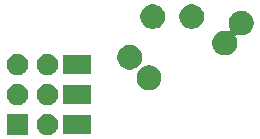
<source format=gbr>
G04 #@! TF.GenerationSoftware,KiCad,Pcbnew,(5.1.5)-3*
G04 #@! TF.CreationDate,2020-06-28T02:30:20+02:00*
G04 #@! TF.ProjectId,XenoGCFlex,58656e6f-4743-4466-9c65-782e6b696361,rev?*
G04 #@! TF.SameCoordinates,Original*
G04 #@! TF.FileFunction,Soldermask,Bot*
G04 #@! TF.FilePolarity,Negative*
%FSLAX46Y46*%
G04 Gerber Fmt 4.6, Leading zero omitted, Abs format (unit mm)*
G04 Created by KiCad (PCBNEW (5.1.5)-3) date 2020-06-28 02:30:20*
%MOMM*%
%LPD*%
G04 APERTURE LIST*
%ADD10C,0.100000*%
G04 APERTURE END LIST*
D10*
G36*
X134709000Y-72271000D02*
G01*
X132907000Y-72271000D01*
X132907000Y-70469000D01*
X134709000Y-70469000D01*
X134709000Y-72271000D01*
G37*
G36*
X136461512Y-70473927D02*
G01*
X136610812Y-70503624D01*
X136774784Y-70571544D01*
X136922354Y-70670147D01*
X137047853Y-70795646D01*
X137146456Y-70943216D01*
X137214376Y-71107188D01*
X137249000Y-71281259D01*
X137249000Y-71458741D01*
X137214376Y-71632812D01*
X137146456Y-71796784D01*
X137047853Y-71944354D01*
X136922354Y-72069853D01*
X136774784Y-72168456D01*
X136610812Y-72236376D01*
X136461512Y-72266073D01*
X136436742Y-72271000D01*
X136259258Y-72271000D01*
X136234488Y-72266073D01*
X136085188Y-72236376D01*
X135921216Y-72168456D01*
X135773646Y-72069853D01*
X135648147Y-71944354D01*
X135549544Y-71796784D01*
X135481624Y-71632812D01*
X135447000Y-71458741D01*
X135447000Y-71281259D01*
X135481624Y-71107188D01*
X135549544Y-70943216D01*
X135648147Y-70795646D01*
X135773646Y-70670147D01*
X135921216Y-70571544D01*
X136085188Y-70503624D01*
X136234488Y-70473927D01*
X136259258Y-70469000D01*
X136436742Y-70469000D01*
X136461512Y-70473927D01*
G37*
G36*
X140058000Y-72171000D02*
G01*
X137656000Y-72171000D01*
X137656000Y-70569000D01*
X140058000Y-70569000D01*
X140058000Y-72171000D01*
G37*
G36*
X133921512Y-67933927D02*
G01*
X134070812Y-67963624D01*
X134234784Y-68031544D01*
X134382354Y-68130147D01*
X134507853Y-68255646D01*
X134606456Y-68403216D01*
X134674376Y-68567188D01*
X134709000Y-68741259D01*
X134709000Y-68918741D01*
X134674376Y-69092812D01*
X134606456Y-69256784D01*
X134507853Y-69404354D01*
X134382354Y-69529853D01*
X134234784Y-69628456D01*
X134070812Y-69696376D01*
X133921512Y-69726073D01*
X133896742Y-69731000D01*
X133719258Y-69731000D01*
X133694488Y-69726073D01*
X133545188Y-69696376D01*
X133381216Y-69628456D01*
X133233646Y-69529853D01*
X133108147Y-69404354D01*
X133009544Y-69256784D01*
X132941624Y-69092812D01*
X132907000Y-68918741D01*
X132907000Y-68741259D01*
X132941624Y-68567188D01*
X133009544Y-68403216D01*
X133108147Y-68255646D01*
X133233646Y-68130147D01*
X133381216Y-68031544D01*
X133545188Y-67963624D01*
X133694488Y-67933927D01*
X133719258Y-67929000D01*
X133896742Y-67929000D01*
X133921512Y-67933927D01*
G37*
G36*
X136461512Y-67933927D02*
G01*
X136610812Y-67963624D01*
X136774784Y-68031544D01*
X136922354Y-68130147D01*
X137047853Y-68255646D01*
X137146456Y-68403216D01*
X137214376Y-68567188D01*
X137249000Y-68741259D01*
X137249000Y-68918741D01*
X137214376Y-69092812D01*
X137146456Y-69256784D01*
X137047853Y-69404354D01*
X136922354Y-69529853D01*
X136774784Y-69628456D01*
X136610812Y-69696376D01*
X136461512Y-69726073D01*
X136436742Y-69731000D01*
X136259258Y-69731000D01*
X136234488Y-69726073D01*
X136085188Y-69696376D01*
X135921216Y-69628456D01*
X135773646Y-69529853D01*
X135648147Y-69404354D01*
X135549544Y-69256784D01*
X135481624Y-69092812D01*
X135447000Y-68918741D01*
X135447000Y-68741259D01*
X135481624Y-68567188D01*
X135549544Y-68403216D01*
X135648147Y-68255646D01*
X135773646Y-68130147D01*
X135921216Y-68031544D01*
X136085188Y-67963624D01*
X136234488Y-67933927D01*
X136259258Y-67929000D01*
X136436742Y-67929000D01*
X136461512Y-67933927D01*
G37*
G36*
X140058000Y-69631000D02*
G01*
X137656000Y-69631000D01*
X137656000Y-68029000D01*
X140058000Y-68029000D01*
X140058000Y-69631000D01*
G37*
G36*
X145260564Y-66395389D02*
G01*
X145451833Y-66474615D01*
X145451835Y-66474616D01*
X145623973Y-66589635D01*
X145770365Y-66736027D01*
X145856110Y-66864353D01*
X145885385Y-66908167D01*
X145964611Y-67099436D01*
X146005000Y-67302484D01*
X146005000Y-67509516D01*
X145964611Y-67712564D01*
X145885385Y-67903833D01*
X145885384Y-67903835D01*
X145770365Y-68075973D01*
X145623973Y-68222365D01*
X145451835Y-68337384D01*
X145451834Y-68337385D01*
X145451833Y-68337385D01*
X145260564Y-68416611D01*
X145057516Y-68457000D01*
X144850484Y-68457000D01*
X144647436Y-68416611D01*
X144456167Y-68337385D01*
X144456166Y-68337385D01*
X144456165Y-68337384D01*
X144284027Y-68222365D01*
X144137635Y-68075973D01*
X144022616Y-67903835D01*
X144022615Y-67903833D01*
X143943389Y-67712564D01*
X143903000Y-67509516D01*
X143903000Y-67302484D01*
X143943389Y-67099436D01*
X144022615Y-66908167D01*
X144051891Y-66864353D01*
X144137635Y-66736027D01*
X144284027Y-66589635D01*
X144456165Y-66474616D01*
X144456167Y-66474615D01*
X144647436Y-66395389D01*
X144850484Y-66355000D01*
X145057516Y-66355000D01*
X145260564Y-66395389D01*
G37*
G36*
X136461512Y-65393927D02*
G01*
X136610812Y-65423624D01*
X136774784Y-65491544D01*
X136922354Y-65590147D01*
X137047853Y-65715646D01*
X137146456Y-65863216D01*
X137214376Y-66027188D01*
X137249000Y-66201259D01*
X137249000Y-66378741D01*
X137214376Y-66552812D01*
X137146456Y-66716784D01*
X137047853Y-66864354D01*
X136922354Y-66989853D01*
X136774784Y-67088456D01*
X136610812Y-67156376D01*
X136461512Y-67186073D01*
X136436742Y-67191000D01*
X136259258Y-67191000D01*
X136234488Y-67186073D01*
X136085188Y-67156376D01*
X135921216Y-67088456D01*
X135773646Y-66989853D01*
X135648147Y-66864354D01*
X135549544Y-66716784D01*
X135481624Y-66552812D01*
X135447000Y-66378741D01*
X135447000Y-66201259D01*
X135481624Y-66027188D01*
X135549544Y-65863216D01*
X135648147Y-65715646D01*
X135773646Y-65590147D01*
X135921216Y-65491544D01*
X136085188Y-65423624D01*
X136234488Y-65393927D01*
X136259258Y-65389000D01*
X136436742Y-65389000D01*
X136461512Y-65393927D01*
G37*
G36*
X133921512Y-65393927D02*
G01*
X134070812Y-65423624D01*
X134234784Y-65491544D01*
X134382354Y-65590147D01*
X134507853Y-65715646D01*
X134606456Y-65863216D01*
X134674376Y-66027188D01*
X134709000Y-66201259D01*
X134709000Y-66378741D01*
X134674376Y-66552812D01*
X134606456Y-66716784D01*
X134507853Y-66864354D01*
X134382354Y-66989853D01*
X134234784Y-67088456D01*
X134070812Y-67156376D01*
X133921512Y-67186073D01*
X133896742Y-67191000D01*
X133719258Y-67191000D01*
X133694488Y-67186073D01*
X133545188Y-67156376D01*
X133381216Y-67088456D01*
X133233646Y-66989853D01*
X133108147Y-66864354D01*
X133009544Y-66716784D01*
X132941624Y-66552812D01*
X132907000Y-66378741D01*
X132907000Y-66201259D01*
X132941624Y-66027188D01*
X133009544Y-65863216D01*
X133108147Y-65715646D01*
X133233646Y-65590147D01*
X133381216Y-65491544D01*
X133545188Y-65423624D01*
X133694488Y-65393927D01*
X133719258Y-65389000D01*
X133896742Y-65389000D01*
X133921512Y-65393927D01*
G37*
G36*
X140058000Y-67091000D02*
G01*
X137656000Y-67091000D01*
X137656000Y-65489000D01*
X140058000Y-65489000D01*
X140058000Y-67091000D01*
G37*
G36*
X143610564Y-64669389D02*
G01*
X143801833Y-64748615D01*
X143801835Y-64748616D01*
X143973973Y-64863635D01*
X144120365Y-65010027D01*
X144235385Y-65182167D01*
X144314611Y-65373436D01*
X144355000Y-65576484D01*
X144355000Y-65783516D01*
X144314611Y-65986564D01*
X144235385Y-66177833D01*
X144235384Y-66177835D01*
X144120365Y-66349973D01*
X143973973Y-66496365D01*
X143801835Y-66611384D01*
X143801834Y-66611385D01*
X143801833Y-66611385D01*
X143610564Y-66690611D01*
X143407516Y-66731000D01*
X143200484Y-66731000D01*
X142997436Y-66690611D01*
X142806167Y-66611385D01*
X142806166Y-66611385D01*
X142806165Y-66611384D01*
X142634027Y-66496365D01*
X142487635Y-66349973D01*
X142372616Y-66177835D01*
X142372615Y-66177833D01*
X142293389Y-65986564D01*
X142253000Y-65783516D01*
X142253000Y-65576484D01*
X142293389Y-65373436D01*
X142372615Y-65182167D01*
X142487635Y-65010027D01*
X142634027Y-64863635D01*
X142806165Y-64748616D01*
X142806167Y-64748615D01*
X142997436Y-64669389D01*
X143200484Y-64629000D01*
X143407516Y-64629000D01*
X143610564Y-64669389D01*
G37*
G36*
X153060564Y-61769289D02*
G01*
X153251833Y-61848515D01*
X153251835Y-61848516D01*
X153368898Y-61926735D01*
X153423973Y-61963535D01*
X153570365Y-62109927D01*
X153685385Y-62282067D01*
X153764611Y-62473336D01*
X153805000Y-62676384D01*
X153805000Y-62883416D01*
X153764611Y-63086464D01*
X153699395Y-63243910D01*
X153685384Y-63277735D01*
X153570365Y-63449873D01*
X153423973Y-63596265D01*
X153251835Y-63711284D01*
X153251834Y-63711285D01*
X153251833Y-63711285D01*
X153060564Y-63790511D01*
X152857516Y-63830900D01*
X152650484Y-63830900D01*
X152447435Y-63790511D01*
X152429130Y-63782929D01*
X152405681Y-63775816D01*
X152381295Y-63773415D01*
X152356909Y-63775817D01*
X152333460Y-63782931D01*
X152311849Y-63794482D01*
X152292908Y-63810028D01*
X152277363Y-63828970D01*
X152265812Y-63850581D01*
X152258699Y-63874030D01*
X152256298Y-63898416D01*
X152258700Y-63922802D01*
X152265814Y-63946251D01*
X152277366Y-63967862D01*
X152284384Y-63978365D01*
X152363611Y-64169636D01*
X152404000Y-64372684D01*
X152404000Y-64579716D01*
X152363611Y-64782764D01*
X152330113Y-64863635D01*
X152284384Y-64974035D01*
X152169365Y-65146173D01*
X152022973Y-65292565D01*
X151850835Y-65407584D01*
X151850834Y-65407585D01*
X151850833Y-65407585D01*
X151659564Y-65486811D01*
X151456516Y-65527200D01*
X151249484Y-65527200D01*
X151046436Y-65486811D01*
X150855167Y-65407585D01*
X150855166Y-65407585D01*
X150855165Y-65407584D01*
X150683027Y-65292565D01*
X150536635Y-65146173D01*
X150421616Y-64974035D01*
X150375887Y-64863635D01*
X150342389Y-64782764D01*
X150302000Y-64579716D01*
X150302000Y-64372684D01*
X150342389Y-64169636D01*
X150421615Y-63978367D01*
X150491331Y-63874030D01*
X150536635Y-63806227D01*
X150683027Y-63659835D01*
X150855165Y-63544816D01*
X150855167Y-63544815D01*
X151046436Y-63465589D01*
X151249484Y-63425200D01*
X151456516Y-63425200D01*
X151659565Y-63465589D01*
X151677870Y-63473171D01*
X151701319Y-63480284D01*
X151725705Y-63482685D01*
X151750091Y-63480283D01*
X151773540Y-63473169D01*
X151795151Y-63461618D01*
X151814092Y-63446072D01*
X151829637Y-63427130D01*
X151841188Y-63405519D01*
X151848301Y-63382070D01*
X151850702Y-63357684D01*
X151848300Y-63333298D01*
X151841186Y-63309849D01*
X151829634Y-63288238D01*
X151822616Y-63277735D01*
X151743389Y-63086464D01*
X151703000Y-62883416D01*
X151703000Y-62676384D01*
X151743389Y-62473336D01*
X151822615Y-62282067D01*
X151937635Y-62109927D01*
X152084027Y-61963535D01*
X152139102Y-61926735D01*
X152256165Y-61848516D01*
X152256167Y-61848515D01*
X152447436Y-61769289D01*
X152650484Y-61728900D01*
X152857516Y-61728900D01*
X153060564Y-61769289D01*
G37*
G36*
X148861564Y-61222689D02*
G01*
X149052833Y-61301915D01*
X149052835Y-61301916D01*
X149224973Y-61416935D01*
X149371365Y-61563327D01*
X149486385Y-61735467D01*
X149565611Y-61926736D01*
X149606000Y-62129784D01*
X149606000Y-62336816D01*
X149565611Y-62539864D01*
X149509062Y-62676386D01*
X149486384Y-62731135D01*
X149371365Y-62903273D01*
X149224973Y-63049665D01*
X149052835Y-63164684D01*
X149052834Y-63164685D01*
X149052833Y-63164685D01*
X148861564Y-63243911D01*
X148658516Y-63284300D01*
X148451484Y-63284300D01*
X148248436Y-63243911D01*
X148057167Y-63164685D01*
X148057166Y-63164685D01*
X148057165Y-63164684D01*
X147885027Y-63049665D01*
X147738635Y-62903273D01*
X147623616Y-62731135D01*
X147600938Y-62676386D01*
X147544389Y-62539864D01*
X147504000Y-62336816D01*
X147504000Y-62129784D01*
X147544389Y-61926736D01*
X147623615Y-61735467D01*
X147738635Y-61563327D01*
X147885027Y-61416935D01*
X148057165Y-61301916D01*
X148057167Y-61301915D01*
X148248436Y-61222689D01*
X148451484Y-61182300D01*
X148658516Y-61182300D01*
X148861564Y-61222689D01*
G37*
G36*
X145564564Y-61222689D02*
G01*
X145755833Y-61301915D01*
X145755835Y-61301916D01*
X145927973Y-61416935D01*
X146074365Y-61563327D01*
X146189385Y-61735467D01*
X146268611Y-61926736D01*
X146309000Y-62129784D01*
X146309000Y-62336816D01*
X146268611Y-62539864D01*
X146212062Y-62676386D01*
X146189384Y-62731135D01*
X146074365Y-62903273D01*
X145927973Y-63049665D01*
X145755835Y-63164684D01*
X145755834Y-63164685D01*
X145755833Y-63164685D01*
X145564564Y-63243911D01*
X145361516Y-63284300D01*
X145154484Y-63284300D01*
X144951436Y-63243911D01*
X144760167Y-63164685D01*
X144760166Y-63164685D01*
X144760165Y-63164684D01*
X144588027Y-63049665D01*
X144441635Y-62903273D01*
X144326616Y-62731135D01*
X144303938Y-62676386D01*
X144247389Y-62539864D01*
X144207000Y-62336816D01*
X144207000Y-62129784D01*
X144247389Y-61926736D01*
X144326615Y-61735467D01*
X144441635Y-61563327D01*
X144588027Y-61416935D01*
X144760165Y-61301916D01*
X144760167Y-61301915D01*
X144951436Y-61222689D01*
X145154484Y-61182300D01*
X145361516Y-61182300D01*
X145564564Y-61222689D01*
G37*
M02*

</source>
